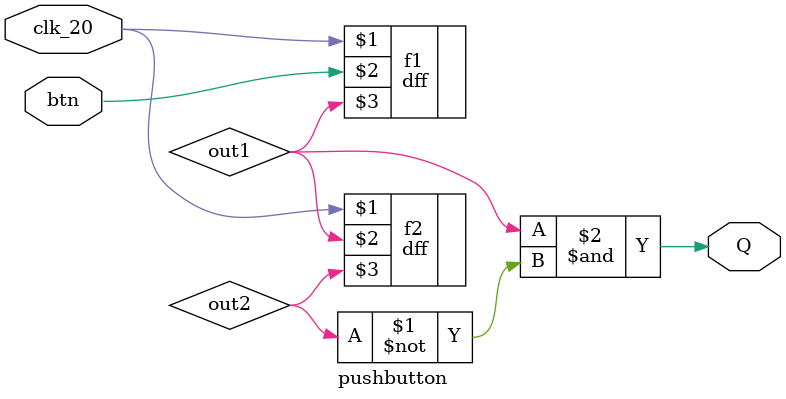
<source format=v>
`timescale 1ns / 1ps


module pushbutton(    input clk_20,    input btn,    output Q    );

    wire out1;
    wire out2;
    dff f1 (clk_20, btn, out1);
    dff f2 (clk_20, out1, out2);
    assign Q = out1 & ~out2;

endmodule

</source>
